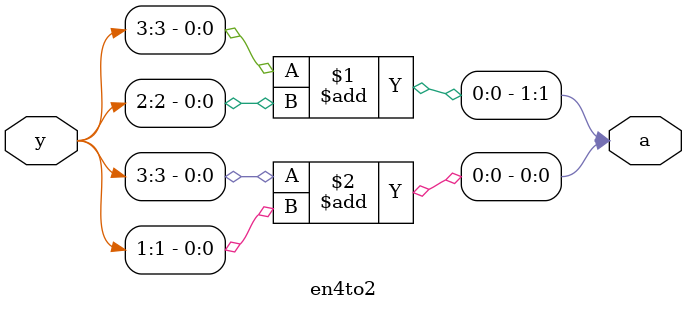
<source format=v>
module en4to2 (input wire [3:0] y, output wire [1:0] a);
    assign a[1] = y[3] + y[2]; // * MSB
    assign a[0] = y[3] + y[1]; // * LSB
endmodule
</source>
